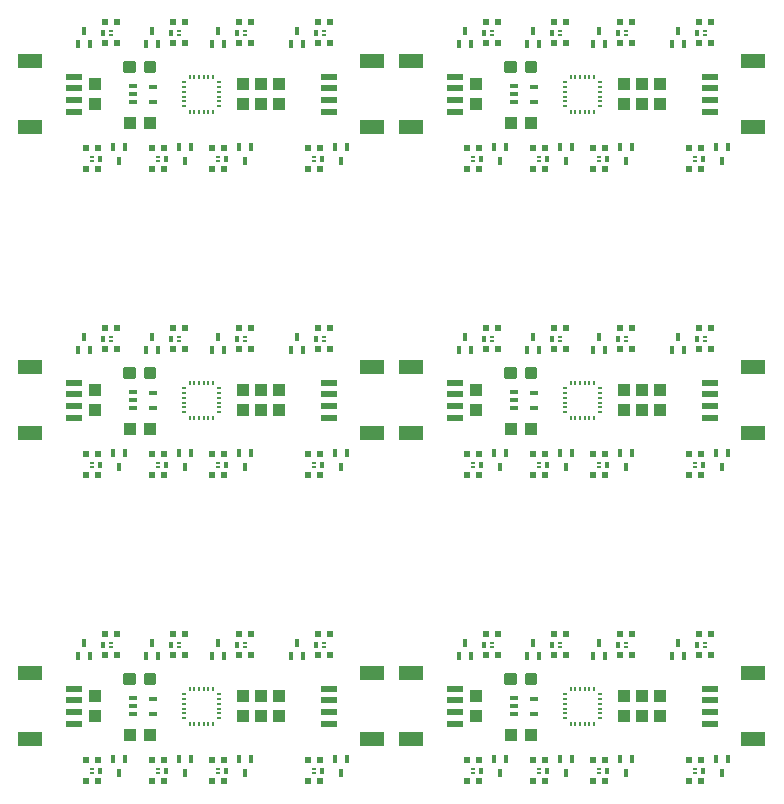
<source format=gtp>
G75*
%MOIN*%
%OFA0B0*%
%FSLAX25Y25*%
%IPPOS*%
%LPD*%
%AMOC8*
5,1,8,0,0,1.08239X$1,22.5*
%
%ADD10R,0.03937X0.04331*%
%ADD11R,0.07874X0.04724*%
%ADD12R,0.05315X0.02362*%
%ADD13R,0.02953X0.01575*%
%ADD14R,0.02700X0.01300*%
%ADD15R,0.01772X0.00984*%
%ADD16R,0.00984X0.01772*%
%ADD17R,0.04331X0.03937*%
%ADD18C,0.01181*%
%ADD19R,0.01181X0.00689*%
%ADD20R,0.01181X0.02165*%
%ADD21R,0.01811X0.02559*%
%ADD22R,0.02362X0.02362*%
D10*
X0070342Y0075404D03*
X0070342Y0082096D03*
X0119642Y0082096D03*
X0125842Y0082096D03*
X0131842Y0082096D03*
X0131842Y0075404D03*
X0125842Y0075404D03*
X0119642Y0075404D03*
X0197342Y0075404D03*
X0197342Y0082096D03*
X0246642Y0082096D03*
X0252842Y0082096D03*
X0258842Y0082096D03*
X0258842Y0075404D03*
X0252842Y0075404D03*
X0246642Y0075404D03*
X0246642Y0177404D03*
X0246642Y0184096D03*
X0252842Y0184096D03*
X0258842Y0184096D03*
X0258842Y0177404D03*
X0252842Y0177404D03*
X0197342Y0177404D03*
X0197342Y0184096D03*
X0131842Y0184096D03*
X0131842Y0177404D03*
X0125842Y0177404D03*
X0119642Y0177404D03*
X0119642Y0184096D03*
X0125842Y0184096D03*
X0070342Y0184096D03*
X0070342Y0177404D03*
X0070342Y0279404D03*
X0070342Y0286096D03*
X0119642Y0286096D03*
X0125842Y0286096D03*
X0131842Y0286096D03*
X0131842Y0279404D03*
X0125842Y0279404D03*
X0119642Y0279404D03*
X0197342Y0279404D03*
X0197342Y0286096D03*
X0246642Y0286096D03*
X0252842Y0286096D03*
X0258842Y0286096D03*
X0258842Y0279404D03*
X0252842Y0279404D03*
X0246642Y0279404D03*
D11*
X0048873Y0067726D03*
X0048873Y0089774D03*
X0048873Y0169726D03*
X0048873Y0191774D03*
X0048873Y0271726D03*
X0048873Y0293774D03*
X0162810Y0293774D03*
X0175873Y0293774D03*
X0175873Y0271726D03*
X0162810Y0271726D03*
X0162810Y0191774D03*
X0175873Y0191774D03*
X0175873Y0169726D03*
X0162810Y0169726D03*
X0162810Y0089774D03*
X0175873Y0089774D03*
X0175873Y0067726D03*
X0162810Y0067726D03*
X0289810Y0067726D03*
X0289810Y0089774D03*
X0289810Y0169726D03*
X0289810Y0191774D03*
X0289810Y0271726D03*
X0289810Y0293774D03*
D12*
X0275342Y0288656D03*
X0275342Y0284719D03*
X0275342Y0280781D03*
X0275342Y0276844D03*
X0190342Y0276844D03*
X0190342Y0280781D03*
X0190342Y0284719D03*
X0190342Y0288656D03*
X0148342Y0288656D03*
X0148342Y0284719D03*
X0148342Y0280781D03*
X0148342Y0276844D03*
X0063342Y0276844D03*
X0063342Y0280781D03*
X0063342Y0284719D03*
X0063342Y0288656D03*
X0063342Y0186656D03*
X0063342Y0182719D03*
X0063342Y0178781D03*
X0063342Y0174844D03*
X0148342Y0174844D03*
X0148342Y0178781D03*
X0148342Y0182719D03*
X0148342Y0186656D03*
X0190342Y0186656D03*
X0190342Y0182719D03*
X0190342Y0178781D03*
X0190342Y0174844D03*
X0275342Y0174844D03*
X0275342Y0178781D03*
X0275342Y0182719D03*
X0275342Y0186656D03*
X0275342Y0084656D03*
X0275342Y0080719D03*
X0275342Y0076781D03*
X0275342Y0072844D03*
X0190342Y0072844D03*
X0190342Y0076781D03*
X0190342Y0080719D03*
X0190342Y0084656D03*
X0148342Y0084656D03*
X0148342Y0080719D03*
X0148342Y0076781D03*
X0148342Y0072844D03*
X0063342Y0072844D03*
X0063342Y0076781D03*
X0063342Y0080719D03*
X0063342Y0084656D03*
D13*
X0089590Y0081309D03*
X0089590Y0076191D03*
X0089590Y0178191D03*
X0089590Y0183309D03*
X0089590Y0280191D03*
X0089590Y0285309D03*
X0216590Y0285309D03*
X0216590Y0280191D03*
X0216590Y0183309D03*
X0216590Y0178191D03*
X0216590Y0081309D03*
X0216590Y0076191D03*
D14*
X0210092Y0076100D03*
X0210092Y0078750D03*
X0210092Y0081400D03*
X0210092Y0178100D03*
X0210092Y0180750D03*
X0210092Y0183400D03*
X0210092Y0280100D03*
X0210092Y0282750D03*
X0210092Y0285400D03*
X0083092Y0285400D03*
X0083092Y0282750D03*
X0083092Y0280100D03*
X0083092Y0183400D03*
X0083092Y0180750D03*
X0083092Y0178100D03*
X0083092Y0081400D03*
X0083092Y0078750D03*
X0083092Y0076100D03*
D15*
X0099936Y0076388D03*
X0099936Y0077963D03*
X0099936Y0079537D03*
X0099936Y0081112D03*
X0099936Y0082687D03*
X0099936Y0074813D03*
X0111747Y0074813D03*
X0111747Y0076388D03*
X0111747Y0077963D03*
X0111747Y0079537D03*
X0111747Y0081112D03*
X0111747Y0082687D03*
X0111747Y0176813D03*
X0111747Y0178388D03*
X0111747Y0179963D03*
X0111747Y0181537D03*
X0111747Y0183112D03*
X0111747Y0184687D03*
X0099936Y0184687D03*
X0099936Y0183112D03*
X0099936Y0181537D03*
X0099936Y0179963D03*
X0099936Y0178388D03*
X0099936Y0176813D03*
X0099936Y0278813D03*
X0099936Y0280388D03*
X0099936Y0281963D03*
X0099936Y0283537D03*
X0099936Y0285112D03*
X0099936Y0286687D03*
X0111747Y0286687D03*
X0111747Y0285112D03*
X0111747Y0283537D03*
X0111747Y0281963D03*
X0111747Y0280388D03*
X0111747Y0278813D03*
X0226936Y0278813D03*
X0226936Y0280388D03*
X0226936Y0281963D03*
X0226936Y0283537D03*
X0226936Y0285112D03*
X0226936Y0286687D03*
X0238747Y0286687D03*
X0238747Y0285112D03*
X0238747Y0283537D03*
X0238747Y0281963D03*
X0238747Y0280388D03*
X0238747Y0278813D03*
X0238747Y0184687D03*
X0238747Y0183112D03*
X0238747Y0181537D03*
X0238747Y0179963D03*
X0238747Y0178388D03*
X0238747Y0176813D03*
X0226936Y0176813D03*
X0226936Y0178388D03*
X0226936Y0179963D03*
X0226936Y0181537D03*
X0226936Y0183112D03*
X0226936Y0184687D03*
X0226936Y0082687D03*
X0226936Y0081112D03*
X0226936Y0079537D03*
X0226936Y0077963D03*
X0226936Y0076388D03*
X0226936Y0074813D03*
X0238747Y0074813D03*
X0238747Y0076388D03*
X0238747Y0077963D03*
X0238747Y0079537D03*
X0238747Y0081112D03*
X0238747Y0082687D03*
D16*
X0236779Y0084656D03*
X0235204Y0084656D03*
X0233629Y0084656D03*
X0232054Y0084656D03*
X0230480Y0084656D03*
X0228905Y0084656D03*
X0228905Y0072844D03*
X0230480Y0072844D03*
X0232054Y0072844D03*
X0233629Y0072844D03*
X0235204Y0072844D03*
X0236779Y0072844D03*
X0236779Y0174844D03*
X0235204Y0174844D03*
X0233629Y0174844D03*
X0232054Y0174844D03*
X0230480Y0174844D03*
X0228905Y0174844D03*
X0228905Y0186656D03*
X0230480Y0186656D03*
X0232054Y0186656D03*
X0233629Y0186656D03*
X0235204Y0186656D03*
X0236779Y0186656D03*
X0236779Y0276844D03*
X0235204Y0276844D03*
X0233629Y0276844D03*
X0232054Y0276844D03*
X0230480Y0276844D03*
X0228905Y0276844D03*
X0228905Y0288656D03*
X0230480Y0288656D03*
X0232054Y0288656D03*
X0233629Y0288656D03*
X0235204Y0288656D03*
X0236779Y0288656D03*
X0109779Y0288656D03*
X0108204Y0288656D03*
X0106629Y0288656D03*
X0105054Y0288656D03*
X0103480Y0288656D03*
X0101905Y0288656D03*
X0101905Y0276844D03*
X0103480Y0276844D03*
X0105054Y0276844D03*
X0106629Y0276844D03*
X0108204Y0276844D03*
X0109779Y0276844D03*
X0109779Y0186656D03*
X0108204Y0186656D03*
X0106629Y0186656D03*
X0105054Y0186656D03*
X0103480Y0186656D03*
X0101905Y0186656D03*
X0101905Y0174844D03*
X0103480Y0174844D03*
X0105054Y0174844D03*
X0106629Y0174844D03*
X0108204Y0174844D03*
X0109779Y0174844D03*
X0109779Y0084656D03*
X0108204Y0084656D03*
X0106629Y0084656D03*
X0105054Y0084656D03*
X0103480Y0084656D03*
X0101905Y0084656D03*
X0101905Y0072844D03*
X0103480Y0072844D03*
X0105054Y0072844D03*
X0106629Y0072844D03*
X0108204Y0072844D03*
X0109779Y0072844D03*
D17*
X0088688Y0069250D03*
X0081995Y0069250D03*
X0081995Y0171250D03*
X0088688Y0171250D03*
X0088688Y0273250D03*
X0081995Y0273250D03*
X0208995Y0273250D03*
X0215688Y0273250D03*
X0215688Y0171250D03*
X0208995Y0171250D03*
X0208995Y0069250D03*
X0215688Y0069250D03*
D18*
X0217173Y0086372D02*
X0217173Y0089128D01*
X0217173Y0086372D02*
X0214417Y0086372D01*
X0214417Y0089128D01*
X0217173Y0089128D01*
X0217173Y0087494D02*
X0214417Y0087494D01*
X0214417Y0088616D02*
X0217173Y0088616D01*
X0210267Y0089128D02*
X0210267Y0086372D01*
X0207511Y0086372D01*
X0207511Y0089128D01*
X0210267Y0089128D01*
X0210267Y0087494D02*
X0207511Y0087494D01*
X0207511Y0088616D02*
X0210267Y0088616D01*
X0210267Y0188372D02*
X0210267Y0191128D01*
X0210267Y0188372D02*
X0207511Y0188372D01*
X0207511Y0191128D01*
X0210267Y0191128D01*
X0210267Y0189494D02*
X0207511Y0189494D01*
X0207511Y0190616D02*
X0210267Y0190616D01*
X0217173Y0191128D02*
X0217173Y0188372D01*
X0214417Y0188372D01*
X0214417Y0191128D01*
X0217173Y0191128D01*
X0217173Y0189494D02*
X0214417Y0189494D01*
X0214417Y0190616D02*
X0217173Y0190616D01*
X0217173Y0290372D02*
X0217173Y0293128D01*
X0217173Y0290372D02*
X0214417Y0290372D01*
X0214417Y0293128D01*
X0217173Y0293128D01*
X0217173Y0291494D02*
X0214417Y0291494D01*
X0214417Y0292616D02*
X0217173Y0292616D01*
X0210267Y0293128D02*
X0210267Y0290372D01*
X0207511Y0290372D01*
X0207511Y0293128D01*
X0210267Y0293128D01*
X0210267Y0291494D02*
X0207511Y0291494D01*
X0207511Y0292616D02*
X0210267Y0292616D01*
X0090173Y0293128D02*
X0090173Y0290372D01*
X0087417Y0290372D01*
X0087417Y0293128D01*
X0090173Y0293128D01*
X0090173Y0291494D02*
X0087417Y0291494D01*
X0087417Y0292616D02*
X0090173Y0292616D01*
X0083267Y0293128D02*
X0083267Y0290372D01*
X0080511Y0290372D01*
X0080511Y0293128D01*
X0083267Y0293128D01*
X0083267Y0291494D02*
X0080511Y0291494D01*
X0080511Y0292616D02*
X0083267Y0292616D01*
X0083267Y0191128D02*
X0083267Y0188372D01*
X0080511Y0188372D01*
X0080511Y0191128D01*
X0083267Y0191128D01*
X0083267Y0189494D02*
X0080511Y0189494D01*
X0080511Y0190616D02*
X0083267Y0190616D01*
X0090173Y0191128D02*
X0090173Y0188372D01*
X0087417Y0188372D01*
X0087417Y0191128D01*
X0090173Y0191128D01*
X0090173Y0189494D02*
X0087417Y0189494D01*
X0087417Y0190616D02*
X0090173Y0190616D01*
X0090173Y0089128D02*
X0090173Y0086372D01*
X0087417Y0086372D01*
X0087417Y0089128D01*
X0090173Y0089128D01*
X0090173Y0087494D02*
X0087417Y0087494D01*
X0087417Y0088616D02*
X0090173Y0088616D01*
X0083267Y0089128D02*
X0083267Y0086372D01*
X0080511Y0086372D01*
X0080511Y0089128D01*
X0083267Y0089128D01*
X0083267Y0087494D02*
X0080511Y0087494D01*
X0080511Y0088616D02*
X0083267Y0088616D01*
D19*
X0075743Y0098512D03*
X0075743Y0099988D03*
X0098243Y0099988D03*
X0098243Y0098512D03*
X0120243Y0098512D03*
X0120243Y0099988D03*
X0146743Y0099988D03*
X0146743Y0098512D03*
X0143440Y0057988D03*
X0143440Y0056512D03*
X0111440Y0056512D03*
X0111440Y0057988D03*
X0091440Y0057988D03*
X0091440Y0056512D03*
X0069440Y0056512D03*
X0069440Y0057988D03*
X0069440Y0158512D03*
X0069440Y0159988D03*
X0091440Y0159988D03*
X0091440Y0158512D03*
X0111440Y0158512D03*
X0111440Y0159988D03*
X0143440Y0159988D03*
X0143440Y0158512D03*
X0146743Y0200512D03*
X0146743Y0201988D03*
X0120243Y0201988D03*
X0120243Y0200512D03*
X0098243Y0200512D03*
X0098243Y0201988D03*
X0075743Y0201988D03*
X0075743Y0200512D03*
X0069440Y0260512D03*
X0069440Y0261988D03*
X0091440Y0261988D03*
X0091440Y0260512D03*
X0111440Y0260512D03*
X0111440Y0261988D03*
X0143440Y0261988D03*
X0143440Y0260512D03*
X0146743Y0302512D03*
X0146743Y0303988D03*
X0120243Y0303988D03*
X0120243Y0302512D03*
X0098243Y0302512D03*
X0098243Y0303988D03*
X0075743Y0303988D03*
X0075743Y0302512D03*
X0196440Y0261988D03*
X0196440Y0260512D03*
X0218440Y0260512D03*
X0218440Y0261988D03*
X0238440Y0261988D03*
X0238440Y0260512D03*
X0270440Y0260512D03*
X0270440Y0261988D03*
X0273743Y0302512D03*
X0273743Y0303988D03*
X0247243Y0303988D03*
X0247243Y0302512D03*
X0225243Y0302512D03*
X0225243Y0303988D03*
X0202743Y0303988D03*
X0202743Y0302512D03*
X0202743Y0201988D03*
X0202743Y0200512D03*
X0225243Y0200512D03*
X0225243Y0201988D03*
X0247243Y0201988D03*
X0247243Y0200512D03*
X0273743Y0200512D03*
X0273743Y0201988D03*
X0270440Y0159988D03*
X0270440Y0158512D03*
X0238440Y0158512D03*
X0238440Y0159988D03*
X0218440Y0159988D03*
X0218440Y0158512D03*
X0196440Y0158512D03*
X0196440Y0159988D03*
X0202743Y0099988D03*
X0202743Y0098512D03*
X0225243Y0098512D03*
X0225243Y0099988D03*
X0247243Y0099988D03*
X0247243Y0098512D03*
X0273743Y0098512D03*
X0273743Y0099988D03*
X0270440Y0057988D03*
X0270440Y0056512D03*
X0238440Y0056512D03*
X0238440Y0057988D03*
X0218440Y0057988D03*
X0218440Y0056512D03*
X0196440Y0056512D03*
X0196440Y0057988D03*
D20*
X0198999Y0057250D03*
X0220999Y0057250D03*
X0240999Y0057250D03*
X0272999Y0057250D03*
X0271184Y0099250D03*
X0244684Y0099250D03*
X0222684Y0099250D03*
X0200184Y0099250D03*
X0144184Y0099250D03*
X0117684Y0099250D03*
X0095684Y0099250D03*
X0073184Y0099250D03*
X0071999Y0057250D03*
X0093999Y0057250D03*
X0113999Y0057250D03*
X0145999Y0057250D03*
X0145999Y0159250D03*
X0113999Y0159250D03*
X0093999Y0159250D03*
X0071999Y0159250D03*
X0073184Y0201250D03*
X0095684Y0201250D03*
X0117684Y0201250D03*
X0144184Y0201250D03*
X0198999Y0159250D03*
X0220999Y0159250D03*
X0240999Y0159250D03*
X0272999Y0159250D03*
X0271184Y0201250D03*
X0244684Y0201250D03*
X0222684Y0201250D03*
X0200184Y0201250D03*
X0198999Y0261250D03*
X0220999Y0261250D03*
X0240999Y0261250D03*
X0272999Y0261250D03*
X0271184Y0303250D03*
X0244684Y0303250D03*
X0222684Y0303250D03*
X0200184Y0303250D03*
X0144184Y0303250D03*
X0117684Y0303250D03*
X0095684Y0303250D03*
X0073184Y0303250D03*
X0071999Y0261250D03*
X0093999Y0261250D03*
X0113999Y0261250D03*
X0145999Y0261250D03*
D21*
X0150373Y0265081D03*
X0154310Y0265081D03*
X0152342Y0260553D03*
X0122310Y0265081D03*
X0118373Y0265081D03*
X0120342Y0260553D03*
X0102310Y0265081D03*
X0098373Y0265081D03*
X0100342Y0260553D03*
X0080310Y0265081D03*
X0076373Y0265081D03*
X0078342Y0260553D03*
X0087373Y0299419D03*
X0091310Y0299419D03*
X0089342Y0303947D03*
X0109373Y0299419D03*
X0113310Y0299419D03*
X0111342Y0303947D03*
X0135873Y0299419D03*
X0139810Y0299419D03*
X0137842Y0303947D03*
X0191873Y0299419D03*
X0195810Y0299419D03*
X0193842Y0303947D03*
X0214373Y0299419D03*
X0218310Y0299419D03*
X0216342Y0303947D03*
X0236373Y0299419D03*
X0240310Y0299419D03*
X0238342Y0303947D03*
X0262873Y0299419D03*
X0266810Y0299419D03*
X0264842Y0303947D03*
X0277373Y0265081D03*
X0281310Y0265081D03*
X0279342Y0260553D03*
X0249310Y0265081D03*
X0245373Y0265081D03*
X0247342Y0260553D03*
X0229310Y0265081D03*
X0225373Y0265081D03*
X0227342Y0260553D03*
X0207310Y0265081D03*
X0203373Y0265081D03*
X0205342Y0260553D03*
X0216342Y0201947D03*
X0218310Y0197419D03*
X0214373Y0197419D03*
X0195810Y0197419D03*
X0191873Y0197419D03*
X0193842Y0201947D03*
X0203373Y0163081D03*
X0207310Y0163081D03*
X0205342Y0158553D03*
X0225373Y0163081D03*
X0229310Y0163081D03*
X0227342Y0158553D03*
X0245373Y0163081D03*
X0249310Y0163081D03*
X0247342Y0158553D03*
X0277373Y0163081D03*
X0281310Y0163081D03*
X0279342Y0158553D03*
X0266810Y0197419D03*
X0262873Y0197419D03*
X0264842Y0201947D03*
X0240310Y0197419D03*
X0236373Y0197419D03*
X0238342Y0201947D03*
X0154310Y0163081D03*
X0150373Y0163081D03*
X0152342Y0158553D03*
X0122310Y0163081D03*
X0118373Y0163081D03*
X0120342Y0158553D03*
X0102310Y0163081D03*
X0098373Y0163081D03*
X0100342Y0158553D03*
X0080310Y0163081D03*
X0076373Y0163081D03*
X0078342Y0158553D03*
X0087373Y0197419D03*
X0091310Y0197419D03*
X0089342Y0201947D03*
X0109373Y0197419D03*
X0113310Y0197419D03*
X0111342Y0201947D03*
X0135873Y0197419D03*
X0139810Y0197419D03*
X0137842Y0201947D03*
X0068810Y0197419D03*
X0064873Y0197419D03*
X0066842Y0201947D03*
X0064873Y0299419D03*
X0068810Y0299419D03*
X0066842Y0303947D03*
X0066842Y0099947D03*
X0068810Y0095419D03*
X0064873Y0095419D03*
X0087373Y0095419D03*
X0091310Y0095419D03*
X0089342Y0099947D03*
X0109373Y0095419D03*
X0113310Y0095419D03*
X0111342Y0099947D03*
X0135873Y0095419D03*
X0139810Y0095419D03*
X0137842Y0099947D03*
X0150373Y0061081D03*
X0154310Y0061081D03*
X0152342Y0056553D03*
X0122310Y0061081D03*
X0118373Y0061081D03*
X0120342Y0056553D03*
X0102310Y0061081D03*
X0098373Y0061081D03*
X0100342Y0056553D03*
X0080310Y0061081D03*
X0076373Y0061081D03*
X0078342Y0056553D03*
X0191873Y0095419D03*
X0195810Y0095419D03*
X0193842Y0099947D03*
X0214373Y0095419D03*
X0218310Y0095419D03*
X0216342Y0099947D03*
X0236373Y0095419D03*
X0240310Y0095419D03*
X0238342Y0099947D03*
X0262873Y0095419D03*
X0266810Y0095419D03*
X0264842Y0099947D03*
X0277373Y0061081D03*
X0281310Y0061081D03*
X0279342Y0056553D03*
X0249310Y0061081D03*
X0245373Y0061081D03*
X0247342Y0056553D03*
X0229310Y0061081D03*
X0225373Y0061081D03*
X0227342Y0056553D03*
X0207310Y0061081D03*
X0203373Y0061081D03*
X0205342Y0056553D03*
D22*
X0198310Y0053750D03*
X0194373Y0053750D03*
X0194373Y0060750D03*
X0198310Y0060750D03*
X0216373Y0060750D03*
X0220310Y0060750D03*
X0220310Y0053750D03*
X0216373Y0053750D03*
X0236373Y0053750D03*
X0240310Y0053750D03*
X0240310Y0060750D03*
X0236373Y0060750D03*
X0268373Y0060750D03*
X0272310Y0060750D03*
X0272310Y0053750D03*
X0268373Y0053750D03*
X0271873Y0095750D03*
X0275810Y0095750D03*
X0275810Y0102750D03*
X0271873Y0102750D03*
X0249310Y0102750D03*
X0245373Y0102750D03*
X0245373Y0095750D03*
X0249310Y0095750D03*
X0227310Y0095750D03*
X0223373Y0095750D03*
X0223373Y0102750D03*
X0227310Y0102750D03*
X0204810Y0102750D03*
X0200873Y0102750D03*
X0200873Y0095750D03*
X0204810Y0095750D03*
X0148810Y0095750D03*
X0144873Y0095750D03*
X0144873Y0102750D03*
X0148810Y0102750D03*
X0122310Y0102750D03*
X0118373Y0102750D03*
X0118373Y0095750D03*
X0122310Y0095750D03*
X0100310Y0095750D03*
X0096373Y0095750D03*
X0096373Y0102750D03*
X0100310Y0102750D03*
X0077810Y0102750D03*
X0073873Y0102750D03*
X0073873Y0095750D03*
X0077810Y0095750D03*
X0071310Y0060750D03*
X0067373Y0060750D03*
X0067373Y0053750D03*
X0071310Y0053750D03*
X0089373Y0053750D03*
X0093310Y0053750D03*
X0093310Y0060750D03*
X0089373Y0060750D03*
X0109373Y0060750D03*
X0113310Y0060750D03*
X0113310Y0053750D03*
X0109373Y0053750D03*
X0141373Y0053750D03*
X0145310Y0053750D03*
X0145310Y0060750D03*
X0141373Y0060750D03*
X0141373Y0155750D03*
X0145310Y0155750D03*
X0145310Y0162750D03*
X0141373Y0162750D03*
X0113310Y0162750D03*
X0109373Y0162750D03*
X0109373Y0155750D03*
X0113310Y0155750D03*
X0093310Y0155750D03*
X0089373Y0155750D03*
X0089373Y0162750D03*
X0093310Y0162750D03*
X0071310Y0162750D03*
X0067373Y0162750D03*
X0067373Y0155750D03*
X0071310Y0155750D03*
X0073873Y0197750D03*
X0077810Y0197750D03*
X0077810Y0204750D03*
X0073873Y0204750D03*
X0096373Y0204750D03*
X0100310Y0204750D03*
X0100310Y0197750D03*
X0096373Y0197750D03*
X0118373Y0197750D03*
X0122310Y0197750D03*
X0122310Y0204750D03*
X0118373Y0204750D03*
X0144873Y0204750D03*
X0148810Y0204750D03*
X0148810Y0197750D03*
X0144873Y0197750D03*
X0194373Y0162750D03*
X0198310Y0162750D03*
X0198310Y0155750D03*
X0194373Y0155750D03*
X0216373Y0155750D03*
X0220310Y0155750D03*
X0220310Y0162750D03*
X0216373Y0162750D03*
X0236373Y0162750D03*
X0240310Y0162750D03*
X0240310Y0155750D03*
X0236373Y0155750D03*
X0268373Y0155750D03*
X0272310Y0155750D03*
X0272310Y0162750D03*
X0268373Y0162750D03*
X0271873Y0197750D03*
X0275810Y0197750D03*
X0275810Y0204750D03*
X0271873Y0204750D03*
X0249310Y0204750D03*
X0245373Y0204750D03*
X0245373Y0197750D03*
X0249310Y0197750D03*
X0227310Y0197750D03*
X0223373Y0197750D03*
X0223373Y0204750D03*
X0227310Y0204750D03*
X0204810Y0204750D03*
X0200873Y0204750D03*
X0200873Y0197750D03*
X0204810Y0197750D03*
X0198310Y0257750D03*
X0194373Y0257750D03*
X0194373Y0264750D03*
X0198310Y0264750D03*
X0216373Y0264750D03*
X0220310Y0264750D03*
X0220310Y0257750D03*
X0216373Y0257750D03*
X0236373Y0257750D03*
X0240310Y0257750D03*
X0240310Y0264750D03*
X0236373Y0264750D03*
X0268373Y0264750D03*
X0272310Y0264750D03*
X0272310Y0257750D03*
X0268373Y0257750D03*
X0271873Y0299750D03*
X0275810Y0299750D03*
X0275810Y0306750D03*
X0271873Y0306750D03*
X0249310Y0306750D03*
X0245373Y0306750D03*
X0245373Y0299750D03*
X0249310Y0299750D03*
X0227310Y0299750D03*
X0223373Y0299750D03*
X0223373Y0306750D03*
X0227310Y0306750D03*
X0204810Y0306750D03*
X0200873Y0306750D03*
X0200873Y0299750D03*
X0204810Y0299750D03*
X0148810Y0299750D03*
X0144873Y0299750D03*
X0144873Y0306750D03*
X0148810Y0306750D03*
X0122310Y0306750D03*
X0118373Y0306750D03*
X0118373Y0299750D03*
X0122310Y0299750D03*
X0100310Y0299750D03*
X0096373Y0299750D03*
X0096373Y0306750D03*
X0100310Y0306750D03*
X0077810Y0306750D03*
X0073873Y0306750D03*
X0073873Y0299750D03*
X0077810Y0299750D03*
X0071310Y0264750D03*
X0067373Y0264750D03*
X0067373Y0257750D03*
X0071310Y0257750D03*
X0089373Y0257750D03*
X0093310Y0257750D03*
X0093310Y0264750D03*
X0089373Y0264750D03*
X0109373Y0264750D03*
X0113310Y0264750D03*
X0113310Y0257750D03*
X0109373Y0257750D03*
X0141373Y0257750D03*
X0145310Y0257750D03*
X0145310Y0264750D03*
X0141373Y0264750D03*
M02*

</source>
